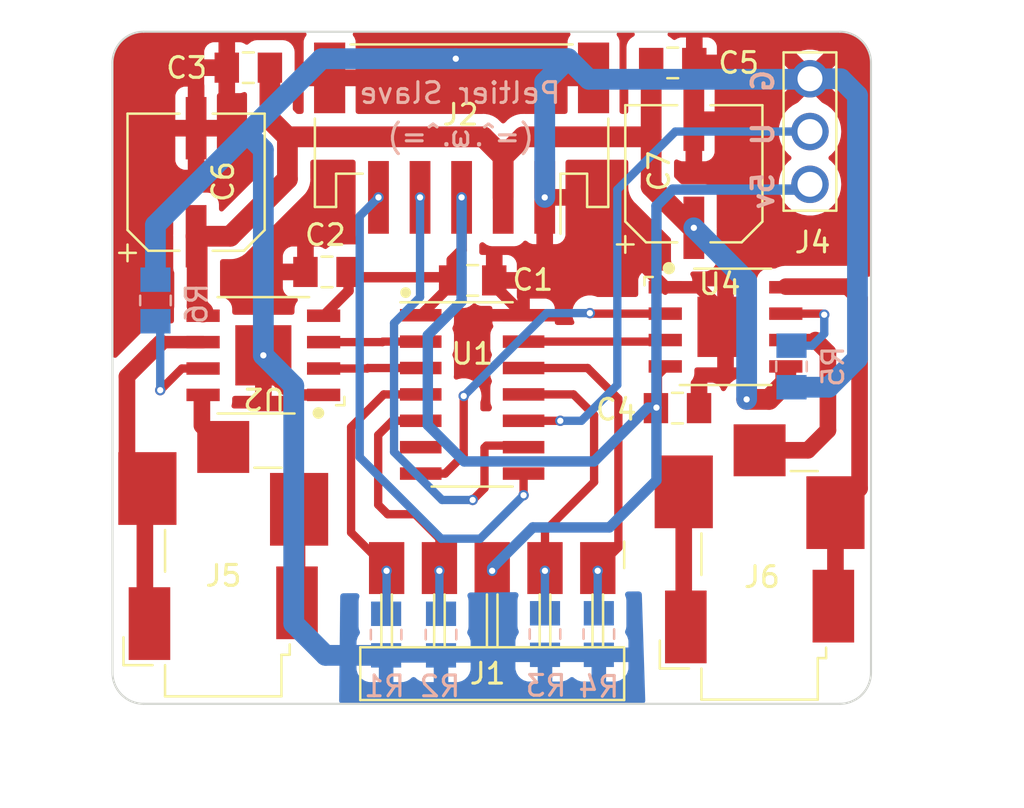
<source format=kicad_pcb>
(kicad_pcb (version 20221018) (generator pcbnew)
  (layers (0 "F.Cu" signal) (31 "B.Cu" signal) (34 "B.Paste" user) (35 "F.Paste" user) (36 "B.SilkS" user "B.Silkscreen") (37 "F.SilkS" user "F.Silkscreen") (38 "B.Mask" user) (39 "F.Mask" user) (44 "Edge.Cuts" user))
  (net 0 "")
  (net 2 "UPDI")
  (net 3 "T-4")
  (net 4 "T-3")
  (net 5 "T-2")
  (net 6 "T-1")
  (net 7 "SDA")
  (net 8 "SCL")
  (net 9 "PWR_GND")
  (net 10 "PWR_5V")
  (net 11 "PWR_12V")
  (net 12 "Net-(U4-RS)")
  (net 13 "Net-(U2-RS)")
  (net 14 "M2-2_OUT")
  (net 15 "M2-2")
  (net 16 "M2-1_OUT")
  (net 17 "M2-1")
  (net 18 "M1-2_OUT")
  (net 19 "M1-2")
  (net 20 "M1-1_OUT")
  (net 21 "M1-1")
  (footprint "Capacitor_SMD:C_0805_2012Metric_Pad1.18x1.45mm_HandSolder" (layer "F.Cu") (at 133.9596 85.3186 180)
    (fp_text reference "C3" (at 2.97 -0.01) (layer "F.SilkS"))
    (fp_text value "0.1uF")
    (fp_line (start -0.261252 -0.735) (end 0.261252 -0.735) (stroke (width 0.12)) (layer "F.SilkS"))
    (fp_line (start -0.261252 0.735) (end 0.261252 0.735) (stroke (width 0.12)) (layer "F.SilkS"))
    (pad "1" smd rect (at -1.0375 0 180) (size 1.175 1.45) (layers "F.Cu" "F.Paste" "F.Mask") (net 11 "PWR_12V"))
    (pad "2" smd rect (at 1.0375 0 180) (size 1.175 1.45) (layers "F.Cu" "F.Paste" "F.Mask") (net 9 "PWR_GND"))
  )
  (footprint "fab:PinHeader_1x05_P2.54mm_Horizontal_SMD" (layer "F.Cu") (at 150.7744 109.3978 -90)
    (fp_text reference "J1" (at 5.08 4.3434) (layer "F.SilkS") (effects (justify right)))
    (fp_text value "CONN HEADER SMD R/A 5POS")
    (fp_line (start -1.27 -1.27) (end 0 -1.27) (stroke (width 0.12)) (layer "F.SilkS"))
    (fp_line (start 3.81 -1.27) (end 6.35 -1.27) (stroke (width 0.12)) (layer "F.SilkS"))
    (fp_line (start 3.81 -0.254) (end 1.27 -0.254) (stroke (width 0.12)) (layer "F.SilkS"))
    (fp_line (start 3.81 0.254) (end 1.27 0.254) (stroke (width 0.12)) (layer "F.SilkS"))
    (fp_line (start 3.81 2.286) (end 1.27 2.286) (stroke (width 0.12)) (layer "F.SilkS"))
    (fp_line (start 3.81 2.794) (end 1.27 2.794) (stroke (width 0.12)) (layer "F.SilkS"))
    (fp_line (start 3.81 4.826) (end 1.27 4.826) (stroke (width 0.12)) (layer "F.SilkS"))
    (fp_line (start 3.81 5.334) (end 1.27 5.334) (stroke (width 0.12)) (layer "F.SilkS"))
    (fp_line (start 3.81 7.366) (end 1.27 7.366) (stroke (width 0.12)) (layer "F.SilkS"))
    (fp_line (start 3.81 7.874) (end 1.27 7.874) (stroke (width 0.12)) (layer "F.SilkS"))
    (fp_line (start 3.81 9.906) (end 1.27 9.906) (stroke (width 0.12)) (layer "F.SilkS"))
    (fp_line (start 3.81 10.414) (end 1.27 10.414) (stroke (width 0.12)) (layer "F.SilkS"))
    (fp_line (start 3.81 11.43) (end 3.81 -1.27) (stroke (width 0.12)) (layer "F.SilkS"))
    (fp_line (start 6.35 -1.27) (end 6.35 11.43) (stroke (width 0.12)) (layer "F.SilkS"))
    (fp_line (start 6.35 11.43) (end 3.81 11.43) (stroke (width 0.12)) (layer "F.SilkS"))
    (pad "1" smd rect (at 0 0 270) (size 2.5 1.7) (layers "F.Cu" "F.Paste" "F.Mask") (net 3 "T-4"))
    (pad "2" smd rect (at 0 2.54 270) (size 2.5 1.7) (layers "F.Cu" "F.Paste" "F.Mask") (net 4 "T-3"))
    (pad "3" smd rect (at 0 5.08 270) (size 2.5 1.7) (layers "F.Cu" "F.Paste" "F.Mask") (net 10 "PWR_5V"))
    (pad "4" smd rect (at 0 7.62 270) (size 2.5 1.7) (layers "F.Cu" "F.Paste" "F.Mask") (net 5 "T-2"))
    (pad "5" smd rect (at 0 10.16 270) (size 2.5 1.7) (layers "F.Cu" "F.Paste" "F.Mask") (net 6 "T-1"))
  )
  (footprint "Capacitor_SMD:C_0805_2012Metric_Pad1.18x1.45mm_HandSolder" (layer "F.Cu") (at 144.7546 95.5548)
    (fp_text reference "C1" (at 2.8956 -0.0254) (layer "F.SilkS"))
    (fp_text value "1uF")
    (fp_line (start -0.261252 -0.735) (end 0.261252 -0.735) (stroke (width 0.12)) (layer "F.SilkS"))
    (fp_line (start -0.261252 0.735) (end 0.261252 0.735) (stroke (width 0.12)) (layer "F.SilkS"))
    (pad "1" smd rect (at -1.0375 0) (size 1.175 1.45) (layers "F.Cu" "F.Paste" "F.Mask") (net 10 "PWR_5V"))
    (pad "2" smd rect (at 1.0375 0) (size 1.175 1.45) (layers "F.Cu" "F.Paste" "F.Mask") (net 9 "PWR_GND"))
  )
  (footprint "fab:HSOP-8" (layer "F.Cu") (at 134.6812 99.16 180)
    (fp_text reference "U2" (at -0.0404 -2.0844 180 unlocked) (layer "F.SilkS"))
    (fp_text value "50V/3A BRUSHED MOTOR DRIVER")
    (fp_line (start -3.9 -2.4) (end -3.5 -2.4) (stroke (width 0.12)) (layer "F.SilkS"))
    (fp_line (start -3.9 -2) (end -3.9 -2.4) (stroke (width 0.12)) (layer "F.SilkS"))
    (fp_line (start -2.2 2.8) (end 2.2 2.8) (stroke (width 0.12)) (layer "F.SilkS"))
    (fp_line (start -1.5 -2.8) (end 2.2 -2.8) (stroke (width 0.12)) (layer "F.SilkS"))
    (fp_circle (center -2.65 -2.775) (end -2.419511 -2.775) (stroke (width 0.1)) (fill solid) (layer "F.SilkS"))
    (pad "" smd rect (at 0 0 180) (size 2.7 2.9) (layers "F.Cu" "F.Paste" "F.Mask") (net 9 "PWR_GND"))
    (pad "1" smd rect (at -2.9 -1.905 180) (size 1.6 0.6) (layers "F.Cu" "F.Paste" "F.Mask") (net 9 "PWR_GND"))
    (pad "2" smd rect (at -2.9 -0.635 180) (size 1.6 0.6) (layers "F.Cu" "F.Paste" "F.Mask") (net 21 "M1-1"))
    (pad "3" smd rect (at -2.9 0.635 180) (size 1.6 0.6) (layers "F.Cu" "F.Paste" "F.Mask") (net 19 "M1-2"))
    (pad "4" smd rect (at -2.9 1.905 180) (size 1.6 0.6) (layers "F.Cu" "F.Paste" "F.Mask") (net 10 "PWR_5V"))
    (pad "5" smd rect (at 2.9 1.905 180) (size 1.6 0.6) (layers "F.Cu" "F.Paste" "F.Mask") (net 11 "PWR_12V"))
    (pad "6" smd rect (at 2.9 0.635 180) (size 1.6 0.6) (layers "F.Cu" "F.Paste" "F.Mask") (net 18 "M1-2_OUT"))
    (pad "7" smd rect (at 2.9 -0.635 180) (size 1.6 0.6) (layers "F.Cu" "F.Paste" "F.Mask") (net 13 "Net-(U2-RS)"))
    (pad "8" smd rect (at 2.9 -1.905 180) (size 1.6 0.6) (layers "F.Cu" "F.Paste" "F.Mask") (net 20 "M1-1_OUT"))
  )
  (footprint "fab:HSOP-8" (layer "F.Cu") (at 156.9212 97.79)
    (fp_text reference "U4" (at -0.2794 -2.0574 unlocked) (layer "F.SilkS"))
    (fp_text value "50V/3A BRUSHED MOTOR DRIVER")
    (fp_line (start -3.9 -2.4) (end -3.5 -2.4) (stroke (width 0.12)) (layer "F.SilkS"))
    (fp_line (start -3.9 -2) (end -3.9 -2.4) (stroke (width 0.12)) (layer "F.SilkS"))
    (fp_line (start -2.2 2.8) (end 2.2 2.8) (stroke (width 0.12)) (layer "F.SilkS"))
    (fp_line (start -1.5 -2.8) (end 2.2 -2.8) (stroke (width 0.12)) (layer "F.SilkS"))
    (fp_circle (center -2.725 -2.825) (end -2.477513 -2.825) (stroke (width 0.1)) (fill solid) (layer "F.SilkS"))
    (pad "" smd rect (at 0 0) (size 2.7 2.9) (layers "F.Cu" "F.Paste" "F.Mask") (net 9 "PWR_GND"))
    (pad "1" smd rect (at -2.9 -1.905) (size 1.6 0.6) (layers "F.Cu" "F.Paste" "F.Mask") (net 9 "PWR_GND"))
    (pad "2" smd rect (at -2.9 -0.635) (size 1.6 0.6) (layers "F.Cu" "F.Paste" "F.Mask") (net 15 "M2-2"))
    (pad "3" smd rect (at -2.9 0.635) (size 1.6 0.6) (layers "F.Cu" "F.Paste" "F.Mask") (net 17 "M2-1"))
    (pad "4" smd rect (at -2.9 1.905) (size 1.6 0.6) (layers "F.Cu" "F.Paste" "F.Mask") (net 10 "PWR_5V"))
    (pad "5" smd rect (at 2.9 1.905) (size 1.6 0.6) (layers "F.Cu" "F.Paste" "F.Mask") (net 11 "PWR_12V"))
    (pad "6" smd rect (at 2.9 0.635) (size 1.6 0.6) (layers "F.Cu" "F.Paste" "F.Mask") (net 16 "M2-1_OUT"))
    (pad "7" smd rect (at 2.9 -0.635) (size 1.6 0.6) (layers "F.Cu" "F.Paste" "F.Mask") (net 12 "Net-(U4-RS)"))
    (pad "8" smd rect (at 2.9 -1.905) (size 1.6 0.6) (layers "F.Cu" "F.Paste" "F.Mask") (net 14 "M2-2_OUT"))
  )
  (footprint "Capacitor_SMD:C_0805_2012Metric_Pad1.18x1.45mm_HandSolder" (layer "F.Cu") (at 154.6098 101.7016 180)
    (fp_text reference "C4" (at 2.9464 -0.0762) (layer "F.SilkS"))
    (fp_text value "0.1uF")
    (fp_line (start -0.261252 -0.735) (end 0.261252 -0.735) (stroke (width 0.12)) (layer "F.SilkS"))
    (fp_line (start -0.261252 0.735) (end 0.261252 0.735) (stroke (width 0.12)) (layer "F.SilkS"))
    (pad "1" smd rect (at -1.0375 0 180) (size 1.175 1.45) (layers "F.Cu" "F.Paste" "F.Mask") (net 9 "PWR_GND"))
    (pad "2" smd rect (at 1.0375 0 180) (size 1.175 1.45) (layers "F.Cu" "F.Paste" "F.Mask") (net 10 "PWR_5V"))
  )
  (footprint "fab:CP_Elec_D6.3mm_H6.1mm" (layer "F.Cu") (at 155.3972 90.424 90)
    (fp_text reference "C7" (at 0.13 -1.67 90) (layer "F.SilkS"))
    (fp_text value "100uF")
    (fp_line (start -3.8 -3.3) (end -3 -3.3) (stroke (width 0.12)) (layer "F.SilkS"))
    (fp_line (start -3.4 -3.7) (end -3.4 -2.9) (stroke (width 0.12)) (layer "F.SilkS"))
    (fp_line (start -3.3 -2.3) (end -2.3 -3.3) (stroke (width 0.12)) (layer "F.SilkS"))
    (fp_line (start -3.3 -0.8) (end -3.3 -2.3) (stroke (width 0.12)) (layer "F.SilkS"))
    (fp_line (start -3.3 0.8) (end -3.3 2.3) (stroke (width 0.12)) (layer "F.SilkS"))
    (fp_line (start -3.3 2.3) (end -2.3 3.3) (stroke (width 0.12)) (layer "F.SilkS"))
    (fp_line (start -2.3 -3.3) (end 3.3 -3.3) (stroke (width 0.12)) (layer "F.SilkS"))
    (fp_line (start -2.3 3.3) (end 3.3 3.3) (stroke (width 0.12)) (layer "F.SilkS"))
    (fp_line (start 3.3 -3.3) (end 3.3 -0.8) (stroke (width 0.12)) (layer "F.SilkS"))
    (fp_line (start 3.3 3.3) (end 3.3 0.8) (stroke (width 0.12)) (layer "F.SilkS"))
    (pad "1" smd rect (at -2.6 0 90) (size 3 1) (layers "F.Cu" "F.Paste" "F.Mask") (net 11 "PWR_12V"))
    (pad "2" smd rect (at 2.6 0 90) (size 3 1) (layers "F.Cu" "F.Paste" "F.Mask") (net 9 "PWR_GND"))
  )
  (footprint "fab:PinHeader_1x03_P2.54mm_Vertical_THT_D1.4mm" (layer "F.Cu") (at 160.9852 85.852)
    (fp_text reference "J4" (at 0.127 7.874) (layer "F.SilkS"))
    (fp_text value "CONN HEADER VERT 3POS ")
    (fp_line (start -1.27 -1.27) (end -1.27 6.35) (stroke (width 0.12)) (layer "F.SilkS"))
    (fp_line (start -1.27 -1.27) (end 1.27 -1.27) (stroke (width 0.12)) (layer "F.SilkS"))
    (fp_line (start -1.27 6.35) (end 1.27 6.35) (stroke (width 0.12)) (layer "F.SilkS"))
    (fp_line (start 1.27 -1.27) (end 1.27 6.35) (stroke (width 0.12)) (layer "F.SilkS"))
    (pad "1" thru_hole circle (at 0 0) (size 1.8 1.8) (drill 1.2) (layers "*.Cu" "*.Mask") (net 9 "PWR_GND"))
    (pad "2" thru_hole circle (at 0 2.54) (size 1.8 1.8) (drill 1.2) (layers "*.Cu" "*.Mask") (net 2 "UPDI"))
    (pad "3" thru_hole circle (at 0 5.08) (size 1.8 1.8) (drill 1.2) (layers "*.Cu" "*.Mask") (net 10 "PWR_5V"))
  )
  (footprint "fab:SOIC-14_3.9x8.7mm_P1.27mm" (layer "F.Cu") (at 144.7292 101.0412)
    (fp_text reference "U1" (at 0 -1.9558) (layer "F.SilkS"))
    (fp_text value "ATtiny1614-1")
    (fp_line (start 0 -4.435) (end -3.45 -4.435) (stroke (width 0.12)) (layer "F.SilkS"))
    (fp_line (start 0 -4.435) (end 1.95 -4.435) (stroke (width 0.12)) (layer "F.SilkS"))
    (fp_line (start 0 4.435) (end -1.95 4.435) (stroke (width 0.12)) (layer "F.SilkS"))
    (fp_line (start 0 4.435) (end 1.95 4.435) (stroke (width 0.12)) (layer "F.SilkS"))
    (fp_circle (center -3.2 -4.9) (end -3 -4.9) (stroke (width 0.12)) (fill solid) (layer "F.SilkS"))
    (pad "1" smd rect (at -2.475 -3.81) (size 2 0.6) (layers "F.Cu" "F.Paste" "F.Mask") (net 10 "PWR_5V"))
    (pad "2" smd rect (at -2.475 -2.54) (size 2 0.6) (layers "F.Cu" "F.Paste" "F.Mask") (net 19 "M1-2"))
    (pad "3" smd rect (at -2.475 -1.27) (size 2 0.6) (layers "F.Cu" "F.Paste" "F.Mask") (net 21 "M1-1"))
    (pad "4" smd rect (at -2.475 0) (size 2 0.6) (layers "F.Cu" "F.Paste" "F.Mask") (net 6 "T-1"))
    (pad "5" smd rect (at -2.475 1.27) (size 2 0.6) (layers "F.Cu" "F.Paste" "F.Mask") (net 5 "T-2"))
    (pad "6" smd rect (at -2.475 2.54) (size 2 0.6) (layers "F.Cu" "F.Paste" "F.Mask"))
    (pad "7" smd rect (at -2.475 3.81) (size 2 0.6) (layers "F.Cu" "F.Paste" "F.Mask") (net 15 "M2-2"))
    (pad "8" smd rect (at 2.475 3.81) (size 2 0.6) (layers "F.Cu" "F.Paste" "F.Mask") (net 7 "SDA"))
    (pad "9" smd rect (at 2.475 2.54) (size 2 0.6) (layers "F.Cu" "F.Paste" "F.Mask") (net 8 "SCL"))
    (pad "10" smd rect (at 2.475 1.27) (size 2 0.6) (layers "F.Cu" "F.Paste" "F.Mask") (net 2 "UPDI"))
    (pad "11" smd rect (at 2.475 0) (size 2 0.6) (layers "F.Cu" "F.Paste" "F.Mask") (net 4 "T-3"))
    (pad "12" smd rect (at 2.475 -1.27) (size 2 0.6) (layers "F.Cu" "F.Paste" "F.Mask") (net 3 "T-4"))
    (pad "13" smd rect (at 2.475 -2.54) (size 2 0.6) (layers "F.Cu" "F.Paste" "F.Mask") (net 17 "M2-1"))
    (pad "14" smd rect (at 2.475 -3.81) (size 2 0.6) (layers "F.Cu" "F.Paste" "F.Mask") (net 9 "PWR_GND"))
  )
  (footprint "Capacitor_SMD:C_0805_2012Metric_Pad1.18x1.45mm_HandSolder" (layer "F.Cu") (at 154.3812 85.09)
    (fp_text reference "C5" (at 3.175 0) (layer "F.SilkS"))
    (fp_text value "0.1uF")
    (fp_line (start -0.261252 -0.735) (end 0.261252 -0.735) (stroke (width 0.12)) (layer "F.SilkS"))
    (fp_line (start -0.261252 0.735) (end 0.261252 0.735) (stroke (width 0.12)) (layer "F.SilkS"))
    (pad "1" smd rect (at -1.0375 0) (size 1.175 1.45) (layers "F.Cu" "F.Paste" "F.Mask") (net 11 "PWR_12V"))
    (pad "2" smd rect (at 1.0375 0) (size 1.175 1.45) (layers "F.Cu" "F.Paste" "F.Mask") (net 9 "PWR_GND"))
  )
  (footprint "Capacitor_SMD:C_0805_2012Metric_Pad1.18x1.45mm_HandSolder" (layer "F.Cu") (at 137.7442 95.1484)
    (fp_text reference "C2" (at -0.0801 -1.778) (layer "F.SilkS"))
    (fp_text value "0.1uF")
    (fp_line (start -0.261252 -0.735) (end 0.261252 -0.735) (stroke (width 0.12)) (layer "F.SilkS"))
    (fp_line (start -0.261252 0.735) (end 0.261252 0.735) (stroke (width 0.12)) (layer "F.SilkS"))
    (pad "1" smd rect (at -1.0375 0) (size 1.175 1.45) (layers "F.Cu" "F.Paste" "F.Mask") (net 9 "PWR_GND"))
    (pad "2" smd rect (at 1.0375 0) (size 1.175 1.45) (layers "F.Cu" "F.Paste" "F.Mask") (net 10 "PWR_5V"))
  )
  (footprint "Connector_JST:JST_PH_S5B-PH-SM4-TB_1x05-1MP_P2.00mm_Horizontal" (layer "F.Cu") (at 144.2212 88.71 180)
    (fp_text reference "J2" (at 0.05 1.13) (layer "F.SilkS"))
    (fp_text value "JST_PH_5POS")
    (fp_line (start -7.06 -3.31) (end -6.04 -3.31) (stroke (width 0.12)) (layer "F.SilkS"))
    (fp_line (start -7.06 0.94) (end -7.06 -3.31) (stroke (width 0.12)) (layer "F.SilkS"))
    (fp_line (start -6.04 -3.31) (end -6.04 -1.71) (stroke (width 0.12)) (layer "F.SilkS"))
    (fp_line (start -6.04 -1.71) (end -4.76 -1.71) (stroke (width 0.12)) (layer "F.SilkS"))
    (fp_line (start -5.34 4.51) (end 5.34 4.51) (stroke (width 0.12)) (layer "F.SilkS"))
    (fp_line (start -4.76 -1.71) (end -4.76 -4.6) (stroke (width 0.12)) (layer "F.SilkS"))
    (fp_line (start 6.04 -3.31) (end 6.04 -1.71) (stroke (width 0.12)) (layer "F.SilkS"))
    (fp_line (start 6.04 -1.71) (end 4.76 -1.71) (stroke (width 0.12)) (layer "F.SilkS"))
    (fp_line (start 7.06 -3.31) (end 6.04 -3.31) (stroke (width 0.12)) (layer "F.SilkS"))
    (fp_line (start 7.06 0.94) (end 7.06 -3.31) (stroke (width 0.12)) (layer "F.SilkS"))
    (pad "" smd rect (at -6.35 2.9 180) (size 1.5 3.4) (layers "F.Cu" "F.Paste" "F.Mask") (net 9 "PWR_GND"))
    (pad "" smd rect (at 6.35 2.9 180) (size 1.5 3.4) (layers "F.Cu" "F.Paste" "F.Mask") (net 9 "PWR_GND"))
    (pad "1" smd rect (at -4 -2.85 180) (size 1 3.5) (layers "F.Cu" "F.Paste" "F.Mask") (net 9 "PWR_GND"))
    (pad "2" smd rect (at -2 -2.85 180) (size 1 3.5) (layers "F.Cu" "F.Paste" "F.Mask") (net 11 "PWR_12V"))
    (pad "3" smd rect (at 0 -2.85 180) (size 1 3.5) (layers "F.Cu" "F.Paste" "F.Mask") (net 10 "PWR_5V"))
    (pad "4" smd rect (at 2 -2.85 180) (size 1 3.5) (layers "F.Cu" "F.Paste" "F.Mask") (net 8 "SCL"))
    (pad "5" smd rect (at 4 -2.85 180) (size 1 3.5) (layers "F.Cu" "F.Paste" "F.Mask") (net 7 "SDA"))
  )
  (footprint "fab:CUIDevices_PJ1-023-SMT-TR_PWRJack_0.7x2.35mm" (layer "F.Cu") (at 132.7512 115.57 90)
    (fp_text reference "J5" (at 5.8 0.01) (layer "F.SilkS"))
    (fp_text value "CONN PWR JACK 0.7X2.35MM")
    (fp_line (start 0 -2.8) (end 1.5 -2.8) (stroke (width 0.12)) (layer "F.SilkS"))
    (fp_line (start 0 2.8) (end 0 -2.8) (stroke (width 0.12)) (layer "F.SilkS"))
    (fp_line (start 0 2.8) (end 2 2.8) (stroke (width 0.12)) (layer "F.SilkS"))
    (fp_line (start 1.5 -4.8) (end 1.5 -3.4) (stroke (width 0.12)) (layer "F.SilkS"))
    (fp_line (start 2 3.2) (end 2 2.8) (stroke (width 0.12)) (layer "F.SilkS"))
    (fp_line (start 2 3.2) (end 2.5 3.2) (stroke (width 0.12)) (layer "F.SilkS"))
    (fp_line (start 2.84 -4.8) (end 1.5 -4.8) (stroke (width 0.12)) (layer "F.SilkS"))
    (fp_line (start 6 -2.8) (end 8 -2.8) (stroke (width 0.12)) (layer "F.SilkS"))
    (fp_line (start 11 1.5) (end 11 2.8) (stroke (width 0.12)) (layer "F.SilkS"))
    (pad "" np_thru_hole circle (at 3 0 180) (size 2 2) (drill 2) (layers "F&B.Cu" "*.Mask"))
    (pad "" np_thru_hole circle (at 8.5 0 180) (size 2 2) (drill 2) (layers "F&B.Cu" "*.Mask"))
    (pad "1" smd rect (at 12 0 90) (size 2.5 2.5) (layers "F.Cu" "F.Paste" "F.Mask") (net 20 "M1-1_OUT"))
    (pad "2" smd rect (at 4.5 3.55 90) (size 3.5 2) (layers "F.Cu" "F.Paste" "F.Mask") (net 18 "M1-2_OUT"))
    (pad "2" smd rect (at 9 3.65 90) (size 3.5 2.8) (layers "F.Cu" "F.Paste" "F.Mask") (net 18 "M1-2_OUT"))
    (pad "3" smd rect (at 3.5 -3.55 90) (size 3.5 2) (layers "F.Cu" "F.Paste" "F.Mask") (net 18 "M1-2_OUT"))
    (pad "3" smd rect (at 10 -3.65 90) (size 3.5 2.8) (layers "F.Cu" "F.Paste" "F.Mask") (net 18 "M1-2_OUT"))
  )
  (footprint "fab:CP_Elec_D6.3mm_H6.1mm" (layer "F.Cu") (at 131.445 90.8304 90)
    (fp_text reference "C6" (at 0.03 1.3 90) (layer "F.SilkS"))
    (fp_text value "100uF")
    (fp_line (start -3.8 -3.3) (end -3 -3.3) (stroke (width 0.12)) (layer "F.SilkS"))
    (fp_line (start -3.4 -3.7) (end -3.4 -2.9) (stroke (width 0.12)) (layer "F.SilkS"))
    (fp_line (start -3.3 -2.3) (end -2.3 -3.3) (stroke (width 0.12)) (layer "F.SilkS"))
    (fp_line (start -3.3 -0.8) (end -3.3 -2.3) (stroke (width 0.12)) (layer "F.SilkS"))
    (fp_line (start -3.3 0.8) (end -3.3 2.3) (stroke (width 0.12)) (layer "F.SilkS"))
    (fp_line (start -3.3 2.3) (end -2.3 3.3) (stroke (width 0.12)) (layer "F.SilkS"))
    (fp_line (start -2.3 -3.3) (end 3.3 -3.3) (stroke (width 0.12)) (layer "F.SilkS"))
    (fp_line (start -2.3 3.3) (end 3.3 3.3) (stroke (width 0.12)) (layer "F.SilkS"))
    (fp_line (start 3.3 -3.3) (end 3.3 -0.8) (stroke (width 0.12)) (layer "F.SilkS"))
    (fp_line (start 3.3 3.3) (end 3.3 0.8) (stroke (width 0.12)) (layer "F.SilkS"))
    (pad "1" smd rect (at -2.6 0 90) (size 3 1) (layers "F.Cu" "F.Paste" "F.Mask") (net 11 "PWR_12V"))
    (pad "2" smd rect (at 2.6 0 90) (size 3 1) (layers "F.Cu" "F.Paste" "F.Mask") (net 9 "PWR_GND"))
  )
  (footprint "fab:CUIDevices_PJ1-023-SMT-TR_PWRJack_0.7x2.35mm" (layer "F.Cu") (at 158.5612 115.73 90)
    (fp_text reference "J6" (at 5.9004 0.1126) (layer "F.SilkS"))
    (fp_text value "CONN PWR JACK 0.7X2.35MM")
    (fp_line (start 0 -2.8) (end 1.5 -2.8) (stroke (width 0.12)) (layer "F.SilkS"))
    (fp_line (start 0 2.8) (end 0 -2.8) (stroke (width 0.12)) (layer "F.SilkS"))
    (fp_line (start 0 2.8) (end 2 2.8) (stroke (width 0.12)) (layer "F.SilkS"))
    (fp_line (start 1.5 -4.8) (end 1.5 -3.4) (stroke (width 0.12)) (layer "F.SilkS"))
    (fp_line (start 2 3.2) (end 2 2.8) (stroke (width 0.12)) (layer "F.SilkS"))
    (fp_line (start 2 3.2) (end 2.5 3.2) (stroke (width 0.12)) (layer "F.SilkS"))
    (fp_line (start 2.84 -4.8) (end 1.5 -4.8) (stroke (width 0.12)) (layer "F.SilkS"))
    (fp_line (start 6 -2.8) (end 8 -2.8) (stroke (width 0.12)) (layer "F.SilkS"))
    (fp_line (start 11 1.5) (end 11 2.8) (stroke (width 0.12)) (layer "F.SilkS"))
    (pad "" np_thru_hole circle (at 3 0 180) (size 2 2) (drill 2) (layers "F&B.Cu" "*.Mask"))
    (pad "" np_thru_hole circle (at 8.5 0 180) (size 2 2) (drill 2) (layers "F&B.Cu" "*.Mask"))
    (pad "1" smd rect (at 12 0 90) (size 2.5 2.5) (layers "F.Cu" "F.Paste" "F.Mask") (net 16 "M2-1_OUT"))
    (pad "2" smd rect (at 4.5 3.55 90) (size 3.5 2) (layers "F.Cu" "F.Paste" "F.Mask") (net 14 "M2-2_OUT"))
    (pad "2" smd rect (at 9 3.65 90) (size 3.5 2.8) (layers "F.Cu" "F.Paste" "F.Mask") (net 14 "M2-2_OUT"))
    (pad "3" smd rect (at 3.5 -3.55 90) (size 3.5 2) (layers "F.Cu" "F.Paste" "F.Mask") (net 14 "M2-2_OUT"))
    (pad "3" smd rect (at 10 -3.65 90) (size 3.5 2.8) (layers "F.Cu" "F.Paste" "F.Mask") (net 14 "M2-2_OUT"))
  )
  (footprint "Resistor_SMD:R_0805_2012Metric_Pad1.20x1.40mm_HandSolder" (layer "B.Cu") (at 160.0962 99.695 -90)
    (fp_text reference "R5" (at 0 -2.0066 90) (layer "B.SilkS") (effects (justify mirror)))
    (fp_text value "0.2")
    (fp_line (start -0.227064 -0.735) (end 0.227064 -0.735) (stroke (width 0.12)) (layer "B.SilkS"))
    (fp_line (start -0.227064 0.735) (end 0.227064 0.735) (stroke (width 0.12)) (layer "B.SilkS"))
    (pad "1" smd rect (at -1 0 270) (size 1.175 1.45) (layers "B.Cu" "B.Paste" "B.Mask") (net 12 "Net-(U4-RS)"))
    (pad "2" smd rect (at 1 0 270) (size 1.175 1.45) (layers "B.Cu" "B.Paste" "B.Mask") (net 9 "PWR_GND"))
  )
  (footprint "Resistor_SMD:R_0805_2012Metric_Pad1.20x1.40mm_HandSolder" (layer "B.Cu") (at 143.2306 112.5982 90)
    (fp_text reference "R2" (at -2.4892 -0.0508 180) (layer "B.SilkS") (effects (justify mirror)))
    (fp_text value "10K")
    (fp_line (start -0.227064 -0.735) (end 0.227064 -0.735) (stroke (width 0.12)) (layer "B.SilkS"))
    (fp_line (start -0.227064 0.735) (end 0.227064 0.735) (stroke (width 0.12)) (layer "B.SilkS"))
    (pad "1" smd rect (at -1 0 90) (size 1.175 1.45) (layers "B.Cu" "B.Paste" "B.Mask") (net 9 "PWR_GND"))
    (pad "2" smd rect (at 1 0 90) (size 1.175 1.45) (layers "B.Cu" "B.Paste" "B.Mask") (net 5 "T-2"))
  )
  (footprint "Resistor_SMD:R_0805_2012Metric_Pad1.20x1.40mm_HandSolder" (layer "B.Cu") (at 148.2344 112.5728 90)
    (fp_text reference "R3" (at -2.4892 0.0508 180) (layer "B.SilkS") (effects (justify mirror)))
    (fp_text value "10K")
    (fp_line (start -0.227064 -0.735) (end 0.227064 -0.735) (stroke (width 0.12)) (layer "B.SilkS"))
    (fp_line (start -0.227064 0.735) (end 0.227064 0.735) (stroke (width 0.12)) (layer "B.SilkS"))
    (pad "1" smd rect (at -1 0 90) (size 1.175 1.45) (layers "B.Cu" "B.Paste" "B.Mask") (net 9 "PWR_GND"))
    (pad "2" smd rect (at 1 0 90) (size 1.175 1.45) (layers "B.Cu" "B.Paste" "B.Mask") (net 4 "T-3"))
  )
  (footprint "Resistor_SMD:R_0805_2012Metric_Pad1.20x1.40mm_HandSolder" (layer "B.Cu") (at 150.8252 112.5728 90)
    (fp_text reference "R4" (at -2.54 0 180) (layer "B.SilkS") (effects (justify mirror)))
    (fp_text value "10K")
    (fp_line (start -0.227064 -0.735) (end 0.227064 -0.735) (stroke (width 0.12)) (layer "B.SilkS"))
    (fp_line (start -0.227064 0.735) (end 0.227064 0.735) (stroke (width 0.12)) (layer "B.SilkS"))
    (pad "1" smd rect (at -1 0 90) (size 1.175 1.45) (layers "B.Cu" "B.Paste" "B.Mask") (net 9 "PWR_GND"))
    (pad "2" smd rect (at 1 0 90) (size 1.175 1.45) (layers "B.Cu" "B.Paste" "B.Mask") (net 3 "T-4"))
  )
  (footprint "Resistor_SMD:R_0805_2012Metric_Pad1.20x1.40mm_HandSolder" (layer "B.Cu") (at 129.4892 96.52 90)
    (fp_text reference "R6" (at -0.1524 1.9812 270) (layer "B.SilkS") (effects (justify mirror)))
    (fp_text value "0.2")
    (fp_line (start -0.227064 -0.735) (end 0.227064 -0.735) (stroke (width 0.12)) (layer "B.SilkS"))
    (fp_line (start -0.227064 0.735) (end 0.227064 0.735) (stroke (width 0.12)) (layer "B.SilkS"))
    (pad "1" smd rect (at -1 0 90) (size 1.175 1.45) (layers "B.Cu" "B.Paste" "B.Mask") (net 13 "Net-(U2-RS)"))
    (pad "2" smd rect (at 1 0 90) (size 1.175 1.45) (layers "B.Cu" "B.Paste" "B.Mask") (net 9 "PWR_GND"))
  )
  (footprint "Resistor_SMD:R_0805_2012Metric_Pad1.20x1.40mm_HandSolder" (layer "B.Cu") (at 140.589 112.5982 90)
    (fp_text reference "R1" (at -2.4892 -0.0762 180) (layer "B.SilkS") (effects (justify mirror)))
    (fp_text value "10K")
    (fp_line (start -0.227064 -0.735) (end 0.227064 -0.735) (stroke (width 0.12)) (layer "B.SilkS"))
    (fp_line (start -0.227064 0.735) (end 0.227064 0.735) (stroke (width 0.12)) (layer "B.SilkS"))
    (pad "1" smd rect (at -1 0 90) (size 1.175 1.45) (layers "B.Cu" "B.Paste" "B.Mask") (net 9 "PWR_GND"))
    (pad "2" smd rect (at 1 0 90) (size 1.175 1.45) (layers "B.Cu" "B.Paste" "B.Mask") (net 6 "T-1"))
  )
  (gr_line (start 127.4212 114.43) (end 127.4212 85.09) (stroke (width 0.1)) (layer "Edge.Cuts"))
  (gr_arc (start 162.4212 83.59) (mid 163.48186 84.02934) (end 163.9212 85.09) (stroke (width 0.1)) (layer "Edge.Cuts"))
  (gr_line (start 162.4212 115.93) (end 128.9212 115.93) (stroke (width 0.1)) (layer "Edge.Cuts"))
  (gr_line (start 128.9212 83.59) (end 162.4212 83.59) (stroke (width 0.1)) (layer "Edge.Cuts"))
  (gr_arc (start 128.9212 115.93) (mid 127.86054 115.49066) (end 127.4212 114.43) (stroke (width 0.1)) (layer "Edge.Cuts"))
  (gr_line (start 163.9212 85.09) (end 163.9212 114.43) (stroke (width 0.1)) (layer "Edge.Cuts"))
  (gr_arc (start 127.4212 85.09) (mid 127.86054 84.02934) (end 128.9212 83.59) (stroke (width 0.1)) (layer "Edge.Cuts"))
  (gr_arc (start 163.9212 114.43) (mid 163.48186 115.49066) (end 162.4212 115.93) (stroke (width 0.1)) (layer "Edge.Cuts"))
  (gr_text "5v" (at 159.3088 90.2716 90) (layer "B.SilkS") (effects (font (size 1 1) (thickness 0.2) bold) (justify left bottom mirror)))
  (gr_text "(=^･ω･^=)" (at 147.8026 89.2048) (layer "B.SilkS") (effects (font (size 1 1)) (justify left bottom mirror)))
  (gr_text "Peltier Slave" (at 149.0726 87.122) (layer "B.SilkS") (effects (font (size 1 1)) (justify left bottom mirror)))
  (gr_text "U" (at 159.3088 87.8586 90) (layer "B.SilkS") (effects (font (size 1 1) (thickness 0.2) bold) (justify left bottom mirror)))
  (gr_text "G" (at 159.3088 85.3186 90) (layer "B.SilkS") (effects (font (size 1 1) (thickness 0.2) bold) (justify left bottom mirror)))
  (segment (start 148.971 102.3112) (end 147.2042 102.3112) (width 0.4) (layer "F.Cu") (net 2))
  (via (at 148.971 102.3112) (size 0.5) (drill 0.3) (layers "F.Cu" "B.Cu") (net 2))
  (segment (start 151.7142 100.584) (end 151.7142 91.186) (width 0.4) (layer "B.Cu") (net 2))
  (segment (start 148.971 102.3112) (end 149.987 102.3112) (width 0.4) (layer "B.Cu") (net 2))
  (segment (start 149.987 102.3112) (end 151.7142 100.584) (width 0.4) (layer "B.Cu") (net 2))
  (segment (start 154.5082 88.392) (end 160.9852 88.392) (width 0.4) (layer "B.Cu") (net 2))
  (segment (start 151.7142 91.186) (end 154.5082 88.392) (width 0.4) (layer "B.Cu") (net 2))
  (segment (start 151.765 101.252586) (end 151.765 108.4072) (width 0.4) (layer "F.Cu") (net 3))
  (segment (start 147.2042 99.7712) (end 150.283614 99.7712) (width 0.4) (layer "F.Cu") (net 3))
  (segment (start 151.765 108.4072) (end 150.7744 109.3978) (width 0.4) (layer "F.Cu") (net 3))
  (segment (start 150.283614 99.7712) (end 151.765 101.252586) (width 0.4) (layer "F.Cu") (net 3))
  (via (at 150.7712 109.53) (size 0.5) (drill 0.3) (layers "F.Cu" "B.Cu") (net 3))
  (segment (start 150.7712 109.53) (end 150.7712 111.5188) (width 0.4) (layer "B.Cu") (net 3))
  (segment (start 150.7712 111.5188) (end 150.8252 111.5728) (width 0.4) (layer "B.Cu") (net 3))
  (segment (start 148.2344 107.6198) (end 148.2344 109.3978) (width 0.4) (layer "F.Cu") (net 4))
  (segment (start 150.5966 102.0318) (end 150.5966 105.2576) (width 0.4) (layer "F.Cu") (net 4))
  (segment (start 147.2042 101.0412) (end 149.606 101.0412) (width 0.4) (layer "F.Cu") (net 4))
  (segment (start 149.606 101.0412) (end 150.5966 102.0318) (width 0.4) (layer "F.Cu") (net 4))
  (segment (start 150.5966 105.2576) (end 148.2344 107.6198) (width 0.4) (layer "F.Cu") (net 4))
  (via (at 148.2312 109.53) (size 0.5) (drill 0.3) (layers "F.Cu" "B.Cu") (net 4))
  (segment (start 148.2312 109.53) (end 148.2312 111.5696) (width 0.4) (layer "B.Cu") (net 4))
  (segment (start 148.2312 111.5696) (end 148.2344 111.5728) (width 0.4) (layer "B.Cu") (net 4))
  (segment (start 140.208 102.997) (end 140.208 106.3498) (width 0.4) (layer "F.Cu") (net 5))
  (segment (start 140.208 106.3498) (end 140.6652 106.807) (width 0.4) (layer "F.Cu") (net 5))
  (segment (start 140.6652 106.807) (end 141.986 106.807) (width 0.4) (layer "F.Cu") (net 5))
  (segment (start 141.986 106.807) (end 143.1544 107.9754) (width 0.4) (layer "F.Cu") (net 5))
  (segment (start 140.8938 102.3112) (end 140.208 102.997) (width 0.4) (layer "F.Cu") (net 5))
  (segment (start 142.2542 102.3112) (end 140.8938 102.3112) (width 0.4) (layer "F.Cu") (net 5))
  (segment (start 143.1544 107.9754) (end 143.1544 109.3978) (width 0.4) (layer "F.Cu") (net 5))
  (via (at 143.1512 109.53) (size 0.5) (drill 0.3) (layers "F.Cu" "B.Cu") (net 5))
  (segment (start 143.1512 109.53) (end 143.1512 111.5188) (width 0.4) (layer "B.Cu") (net 5))
  (segment (start 143.1512 111.5188) (end 143.2306 111.5982) (width 0.4) (layer "B.Cu") (net 5))
  (segment (start 138.903199 102.615987) (end 138.903199 107.686599) (width 0.4) (layer "F.Cu") (net 6))
  (segment (start 142.2542 101.0412) (end 140.477986 101.0412) (width 0.4) (layer "F.Cu") (net 6))
  (segment (start 138.903199 107.686599) (end 140.6144 109.3978) (width 0.4) (layer "F.Cu") (net 6))
  (segment (start 140.477986 101.0412) (end 138.903199 102.615987) (width 0.4) (layer "F.Cu") (net 6))
  (via (at 140.6112 109.53) (size 0.5) (drill 0.3) (layers "F.Cu" "B.Cu") (net 6))
  (segment (start 140.6112 109.53) (end 140.6112 111.576) (width 0.4) (layer "B.Cu") (net 6))
  (segment (start 140.6112 111.576) (end 140.589 111.5982) (width 0.4) (layer "B.Cu") (net 6))
  (segment (start 147.2042 105.8926) (end 147.2042 104.8512) (width 0.4) (layer "F.Cu") (net 7))
  (via (at 140.2212 91.56) (size 0.5) (drill 0.3) (layers "F.Cu" "B.Cu") (net 7))
  (via (at 147.2042 105.8926) (size 0.5) (drill 0.3) (layers "F.Cu" "B.Cu") (net 7))
  (segment (start 145.1128 107.984) (end 147.2042 105.8926) (width 0.4) (layer "B.Cu") (net 7))
  (segment (start 143.2392 107.984) (end 145.1128 107.984) (width 0.4) (layer "B.Cu") (net 7))
  (segment (start 139.319 92.4622) (end 139.319 104.0638) (width 0.4) (layer "B.Cu") (net 7))
  (segment (start 139.319 104.0638) (end 143.2392 107.984) (width 0.4) (layer "B.Cu") (net 7))
  (segment (start 140.2212 91.56) (end 139.319 92.4622) (width 0.4) (layer "B.Cu") (net 7))
  (segment (start 144.7546 106.1212) (end 145.3228 105.553) (width 0.4) (layer "F.Cu") (net 8))
  (segment (start 145.3228 103.6054) (end 145.4232 103.505) (width 0.4) (layer "F.Cu") (net 8))
  (segment (start 145.3228 105.553) (end 145.3228 103.6054) (width 0.4) (layer "F.Cu") (net 8))
  (segment (start 147.128 103.505) (end 147.2042 103.5812) (width 0.4) (layer "F.Cu") (net 8))
  (segment (start 145.4232 103.505) (end 147.128 103.505) (width 0.4) (layer "F.Cu") (net 8))
  (via (at 142.2212 91.56) (size 0.5) (drill 0.3) (layers "F.Cu" "B.Cu") (net 8))
  (via (at 144.7546 106.1212) (size 0.5) (drill 0.3) (layers "F.Cu" "B.Cu") (net 8))
  (segment (start 140.97 97.6122) (end 142.2212 96.361) (width 0.4) (layer "B.Cu") (net 8))
  (segment (start 142.2212 96.361) (end 142.2212 91.56) (width 0.4) (layer "B.Cu") (net 8))
  (segment (start 140.97 103.8098) (end 140.97 97.6122) (width 0.4) (layer "B.Cu") (net 8))
  (segment (start 144.7546 106.1212) (end 143.2814 106.1212) (width 0.4) (layer "B.Cu") (net 8))
  (segment (start 143.2814 106.1212) (end 140.97 103.8098) (width 0.4) (layer "B.Cu") (net 8))
  (segment (start 134.6812 99.745) (end 134.6812 99.16) (width 0.55) (layer "F.Cu") (net 9))
  (segment (start 145.7921 95.8059) (end 147.2042 97.218) (width 0.55) (layer "F.Cu") (net 9))
  (segment (start 147.2042 97.218) (end 147.2042 97.2312) (width 0.55) (layer "F.Cu") (net 9))
  (segment (start 136.0012 101.065) (end 134.6812 99.745) (width 0.55) (layer "F.Cu") (net 9))
  (segment (start 154.0212 95.885) (end 155.6512 95.885) (width 0.6) (layer "F.Cu") (net 9))
  (segment (start 137.5812 101.065) (end 136.0012 101.065) (width 0.55) (layer "F.Cu") (net 9))
  (segment (start 155.6512 95.885) (end 156.9212 97.155) (width 0.6) (layer "F.Cu") (net 9))
  (segment (start 156.9212 97.155) (end 156.9212 97.79) (width 0.6) (layer "F.Cu") (net 9))
  (segment (start 145.7921 95.5548) (end 145.7921 95.8059) (width 0.55) (layer "F.Cu") (net 9))
  (via (at 134.6812 99.16) (size 0.5) (drill 0.3) (layers "F.Cu" "B.Cu") (net 9))
  (via (at 148.2212 91.56) (size 0.5) (drill 0.3) (layers "F.Cu" "B.Cu") (net 9))
  (via (at 143.9418 84.8868) (size 0.5) (drill 0.3) (layers "F.Cu" "B.Cu") (net 9))
  (segment (start 137.6774 113.5982) (end 140.589 113.5982) (width 1) (layer "B.Cu") (net 9))
  (segment (start 163.2712 99.314) (end 161.8902 100.695) (width 1) (layer "B.Cu") (net 9))
  (segment (start 148.2212 86.7024) (end 148.209 86.6902) (width 1) (layer "B.Cu") (net 9))
  (segment (start 160.9598 85.8774) (end 160.9852 85.852) (width 1) (layer "B.Cu") (net 9))
  (segment (start 149.352 84.8868) (end 150.3426 85.8774) (width 1) (layer "B.Cu") (net 9))
  (segment (start 129.4892 92.8878) (end 133.8961 88.4809) (width 1) (layer "B.Cu") (net 9))
  (segment (start 148.2212 86.678) (end 148.2212 86.0176) (width 1) (layer "B.Cu") (net 9))
  (segment (start 137.4902 84.8868) (end 133.8961 88.4809) (width 1) (layer "B.Cu") (net 9))
  (segment (start 160.9852 85.852) (end 162.470124 85.852) (width 1) (layer "B.Cu") (net 9))
  (segment (start 162.470124 85.852) (end 163.2712 86.653076) (width 1) (layer "B.Cu") (net 9))
  (segment (start 148.209 86.6902) (end 148.2212 86.678) (width 1) (layer "B.Cu") (net 9))
  (segment (start 143.9418 84.8868) (end 137.4902 84.8868) (width 1) (layer "B.Cu") (net 9))
  (segment (start 136.144 112.0648) (end 137.6774 113.5982) (width 1) (layer "B.Cu") (net 9))
  (segment (start 129.4892 95.52) (end 129.4892 92.8878) (width 1) (layer "B.Cu") (net 9))
  (segment (start 134.6812 89.266) (end 134.6812 99.16) (width 1) (layer "B.Cu") (net 9))
  (segment (start 134.6812 99.16) (end 136.144 100.6228) (width 1) (layer "B.Cu") (net 9))
  (segment (start 150.3426 85.8774) (end 160.9598 85.8774) (width 1) (layer "B.Cu") (net 9))
  (segment (start 148.2212 91.56) (end 148.2212 86.7024) (width 1) (layer "B.Cu") (net 9))
  (segment (start 163.2712 86.653076) (end 163.2712 99.314) (width 1) (layer "B.Cu") (net 9))
  (segment (start 133.8961 88.4809) (end 134.6812 89.266) (width 1) (layer "B.Cu") (net 9))
  (segment (start 136.144 100.6228) (end 136.144 112.0648) (width 1) (layer "B.Cu") (net 9))
  (segment (start 161.8902 100.695) (end 160.0962 100.695) (width 1) (layer "B.Cu") (net 9))
  (segment (start 143.9418 84.8868) (end 149.352 84.8868) (width 1) (layer "B.Cu") (net 9))
  (segment (start 148.2212 86.0176) (end 149.352 84.8868) (width 1) (layer "B.Cu") (net 9))
  (segment (start 139.0357 95.4024) (end 143.5647 95.4024) (width 0.5) (layer "F.Cu") (net 10))
  (segment (start 153.6192 101.6547) (end 153.6192 100.097) (width 0.5) (layer "F.Cu") (net 10))
  (segment (start 153.6192 100.097) (end 154.0212 99.695) (width 0.5) (layer "F.Cu") (net 10))
  (segment (start 138.7817 96.0545) (end 138.7817 95.1484) (width 0.5) (layer "F.Cu") (net 10))
  (segment (start 143.7437 95.5282) (end 143.7171 95.5548) (width 0.5) (layer "F.Cu") (net 10))
  (segment (start 144.2212 94.1) (end 143.7437 94.5775) (width 0.5) (layer "F.Cu") (net 10))
  (segment (start 143.5647 95.4024) (end 143.7171 95.5548) (width 0.5) (layer "F.Cu") (net 10))
  (segment (start 143.7171 95.5548) (end 143.7171 95.7683) (width 0.5) (layer "F.Cu") (net 10))
  (segment (start 137.5812 97.255) (end 138.7817 96.0545) (width 0.5) (layer "F.Cu") (net 10))
  (segment (start 153.5977 101.6762) (end 153.6192 101.6547) (width 0.5) (layer "F.Cu") (net 10))
  (segment (start 143.7171 95.7683) (end 142.2542 97.2312) (width 0.5) (layer "F.Cu") (net 10))
  (segment (start 143.7437 94.5775) (end 143.7437 95.5282) (width 0.5) (layer "F.Cu") (net 10))
  (segment (start 144.2212 91.56) (end 144.2212 94.1) (width 0.5) (layer "F.Cu") (net 10))
  (segment (start 138.7817 95.1484) (end 139.0357 95.4024) (width 0.5) (layer "F.Cu") (net 10))
  (via (at 144.2212 91.56) (size 0.5) (drill 0.3) (layers "F.Cu" "B.Cu") (net 10))
  (via (at 145.6912 109.53) (size 0.5) (drill 0.3) (layers "F.Cu" "B.Cu") (net 10))
  (via (at 153.5977 101.6762) (size 0.5) (drill 0.3) (layers "F.Cu" "B.Cu") (net 10))
  (segment (start 160.7312 91.186) (end 160.9852 90.932) (width 0.5) (layer "B.Cu") (net 10))
  (segment (start 142.5956 98.1964) (end 144.2212 96.5708) (width 0.5) (layer "B.Cu") (net 10))
  (segment (start 142.5956 102.5144) (end 142.5956 98.1964) (width 0.5) (layer "B.Cu") (net 10))
  (segment (start 151.3332 107.442) (end 147.6502 107.442) (width 0.5) (layer "B.Cu") (net 10))
  (segment (start 150.5966 104.267) (end 144.3482 104.267) (width 0.5) (layer "B.Cu") (net 10))
  (segment (start 153.1874 101.6762) (end 150.5966 104.267) (width 0.5) (layer "B.Cu") (net 10))
  (segment (start 153.5977 91.9695) (end 154.3812 91.186) (width 0.5) (layer "B.Cu") (net 10))
  (segment (start 154.3812 91.186) (end 160.7312 91.186) (width 0.5) (layer "B.Cu") (net 10))
  (segment (start 153.5977 101.6762) (end 153.1874 101.6762) (width 0.5) (layer "B.Cu") (net 10))
  (segment (start 144.3482 104.267) (end 142.5956 102.5144) (width 0.5) (layer "B.Cu") (net 10))
  (segment (start 147.6502 107.442) (end 145.6944 109.3978) (width 0.5) (layer "B.Cu") (net 10))
  (segment (start 153.5977 101.6762) (end 153.5977 105.1775) (width 0.5) (layer "B.Cu") (net 10))
  (segment (start 153.5977 101.6762) (end 153.5977 91.9695) (width 0.5) (layer "B.Cu") (net 10))
  (segment (start 144.2212 96.5708) (end 144.2212 91.56) (width 0.5) (layer "B.Cu") (net 10))
  (segment (start 153.5977 105.1775) (end 151.3332 107.442) (width 0.5) (layer "B.Cu") (net 10))
  (segment (start 133.0868 93.4304) (end 131.445 93.4304) (width 1) (layer "F.Cu") (net 11))
  (segment (start 159.8212 100.0042) (end 159.8168 99.9998) (width 1) (layer "F.Cu") (net 11))
  (segment (start 146.2212 89.61) (end 145.2572 88.646) (width 1) (layer "F.Cu") (net 11))
  (segment (start 135.8392 88.646) (end 135.8392 90.678) (width 1) (layer "F.Cu") (net 11))
  (segment (start 153.3437 91.0375) (end 153.3437 88.646) (width 1) (layer "F.Cu") (net 11))
  (segment (start 131.445 93.4304) (end 131.4958 93.4812) (width 1) (layer "F.Cu") (net 11))
  (segment (start 146.2212 91.56) (end 146.2212 89.61) (width 1) (layer "F.Cu") (net 11))
  (segment (start 157.9372 101.280498) (end 159.018702 101.280498) (width 1) (layer "F.Cu") (net 11))
  (segment (start 145.2572 88.646) (end 135.8392 88.646) (width 1) (layer "F.Cu") (net 11))
  (segment (start 134.9971 87.8039) (end 134.9971 85.3186) (width 1) (layer "F.Cu") (net 11))
  (segment (start 153.3437 88.646) (end 147.1852 88.646) (width 1) (layer "F.Cu") (net 11))
  (segment (start 147.1852 88.646) (end 146.2212 89.61) (width 1) (layer "F.Cu") (net 11))
  (segment (start 131.4958 96.7896) (end 131.7812 97.075) (width 1) (layer "F.Cu") (net 11))
  (segment (start 159.018702 101.280498) (end 159.8212 100.478) (width 1) (layer "F.Cu") (net 11))
  (segment (start 135.8392 90.678) (end 133.0868 93.4304) (width 1) (layer "F.Cu") (net 11))
  (segment (start 153.3437 88.646) (end 153.3437 85.09) (width 1) (layer "F.Cu") (net 11))
  (segment (start 131.4958 93.4812) (end 131.4958 96.7896) (width 1) (layer "F.Cu") (net 11))
  (segment (start 159.8212 100.478) (end 159.8212 100.0042) (width 1) (layer "F.Cu") (net 11))
  (segment (start 155.3302 93.024) (end 153.3437 91.0375) (width 1) (layer "F.Cu") (net 11))
  (segment (start 155.3972 93.024) (end 155.3302 93.024) (width 1) (layer "F.Cu") (net 11))
  (segment (start 135.8392 88.646) (end 134.9971 87.8039) (width 1) (layer "F.Cu") (net 11))
  (via (at 157.9372 101.280498) (size 0.5) (drill 0.3) (layers "F.Cu" "B.Cu") (net 11))
  (via (at 155.3972 93.024) (size 0.5) (drill 0.3) (layers "F.Cu" "B.Cu") (net 11))
  (segment (start 155.3972 93.024) (end 157.9372 95.564) (width 1) (layer "B.Cu") (net 11))
  (segment (start 157.9372 95.564) (end 157.9372 101.280498) (width 1) (layer "B.Cu") (net 11))
  (segment (start 161.6209 97.155) (end 159.8212 97.155) (width 0.4) (layer "F.Cu") (net 12))
  (segment (start 161.6717 97.2058) (end 161.6209 97.155) (width 0.4) (layer "F.Cu") (net 12))
  (via (at 161.6717 97.2058) (size 0.5) (drill 0.3) (layers "F.Cu" "B.Cu") (net 12))
  (segment (start 161.6717 98.1195) (end 161.0962 98.695) (width 0.4) (layer "B.Cu") (net 12))
  (segment (start 161.6717 97.2058) (end 161.6717 98.1195) (width 0.4) (layer "B.Cu") (net 12))
  (segment (start 161.0962 98.695) (end 160.0962 98.695) (width 0.4) (layer "B.Cu") (net 12))
  (segment (start 130.7617 99.795) (end 131.7812 99.795) (width 0.4) (layer "F.Cu") (net 13))
  (segment (start 129.7187 100.838) (end 130.7617 99.795) (width 0.4) (layer "F.Cu") (net 13))
  (via (at 129.7187 100.838) (size 0.5) (drill 0.3) (layers "F.Cu" "B.Cu") (net 13))
  (segment (start 129.7187 97.7495) (end 129.4892 97.52) (width 0.4) (layer "B.Cu") (net 13))
  (segment (start 129.7187 100.838) (end 129.7187 97.7495) (width 0.4) (layer "B.Cu") (net 13))
  (segment (start 162.2112 111.13) (end 162.1112 111.23) (width 0.8) (layer "F.Cu") (net 14))
  (segment (start 162.2112 106.73) (end 162.2112 111.13) (width 0.8) (layer "F.Cu") (net 14))
  (segment (start 154.9112 112.13) (end 155.0112 112.23) (width 0.8) (layer "F.Cu") (net 14))
  (segment (start 163.3728 96.424024) (end 162.803776 95.855) (width 0.8) (layer "F.Cu") (net 14))
  (segment (start 154.9112 105.73) (end 154.9112 112.13) (width 0.8) (layer "F.Cu") (net 14))
  (segment (start 162.803776 95.855) (end 159.8212 95.855) (width 0.8) (layer "F.Cu") (net 14))
  (segment (start 162.2112 106.73) (end 163.3728 105.5684) (width 0.8) (layer "F.Cu") (net 14))
  (segment (start 163.3728 105.5684) (end 163.3728 96.424024) (width 0.8) (layer "F.Cu") (net 14))
  (segment (start 144.3228 101.1174) (end 144.3228 103.9554) (width 0.4) (layer "F.Cu") (net 15))
  (segment (start 150.4188 97.155) (end 154.0212 97.155) (width 0.4) (layer "F.Cu") (net 15))
  (segment (start 150.3934 97.1296) (end 150.4188 97.155) (width 0.4) (layer "F.Cu") (net 15))
  (segment (start 143.427 104.8512) (end 142.2542 104.8512) (width 0.4) (layer "F.Cu") (net 15))
  (segment (start 144.3228 103.9554) (end 143.427 104.8512) (width 0.4) (layer "F.Cu") (net 15))
  (via (at 144.3228 101.1174) (size 0.5) (drill 0.3) (layers "F.Cu" "B.Cu") (net 15))
  (via (at 150.3934 97.1296) (size 0.5) (drill 0.3) (layers "F.Cu" "B.Cu") (net 15))
  (segment (start 148.3106 97.1296) (end 150.3934 97.1296) (width 0.4) (layer "B.Cu") (net 15))
  (segment (start 144.3228 101.1174) (end 148.3106 97.1296) (width 0.4) (layer "B.Cu") (net 15))
  (segment (start 160.8872 103.73) (end 161.8488 102.7684) (width 0.8) (layer "F.Cu") (net 16))
  (segment (start 158.5612 103.73) (end 160.8872 103.73) (width 0.8) (layer "F.Cu") (net 16))
  (segment (start 159.8212 98.425) (end 161.2512 98.425) (width 0.6) (layer "F.Cu") (net 16))
  (segment (start 161.8488 102.7684) (end 161.8488 99.0226) (width 0.8) (layer "F.Cu") (net 16))
  (segment (start 161.8488 99.0226) (end 161.2512 98.425) (width 0.8) (layer "F.Cu") (net 16))
  (segment (start 154.0212 98.425) (end 153.945 98.5012) (width 0.4) (layer "F.Cu") (net 17))
  (segment (start 153.945 98.5012) (end 147.2042 98.5012) (width 0.4) (layer "F.Cu") (net 17))
  (segment (start 131.7812 98.525) (end 129.768958 98.525) (width 0.6) (layer "F.Cu") (net 18))
  (segment (start 128.9812 105.69) (end 128.9812 111.35) (width 0.8) (layer "F.Cu") (net 18))
  (segment (start 129.1012 105.57) (end 128.9812 105.69) (width 0.8) (layer "F.Cu") (net 18))
  (segment (start 136.3012 106.67) (end 136.4012 106.57) (width 0.8) (layer "F.Cu") (net 18))
  (segment (start 129.6812 112.05) (end 129.6612 112.07) (width 0.8) (layer "F.Cu") (net 18))
  (segment (start 129.768958 98.525) (end 129.513979 98.779979) (width 0.6) (layer "F.Cu") (net 18))
  (segment (start 128.1187 104.5875) (end 128.1187 100.175258) (width 0.8) (layer "F.Cu") (net 18))
  (segment (start 128.9812 111.35) (end 129.6812 112.05) (width 0.8) (layer "F.Cu") (net 18))
  (segment (start 128.1187 100.175258) (end 129.513979 98.779979) (width 0.8) (layer "F.Cu") (net 18))
  (segment (start 129.513979 98.779979) (end 129.738958 98.555) (width 0.8) (layer "F.Cu") (net 18))
  (segment (start 136.3012 111.07) (end 136.3012 106.67) (width 0.8) (layer "F.Cu") (net 18))
  (segment (start 129.6612 112.07) (end 129.2012 112.07) (width 0.8) (layer "F.Cu") (net 18))
  (segment (start 129.1012 105.57) (end 128.1187 104.5875) (width 0.8) (layer "F.Cu") (net 18))
  (segment (start 140.4382 98.5012) (end 142.2542 98.5012) (width 0.4) (layer "F.Cu") (net 19))
  (segment (start 140.4144 98.525) (end 140.4382 98.5012) (width 0.4) (layer "F.Cu") (net 19))
  (segment (start 137.5812 98.525) (end 140.4144 98.525) (width 0.4) (layer "F.Cu") (net 19))
  (segment (start 131.7244 102.5432) (end 131.7244 101.3714) (width 0.8) (layer "F.Cu") (net 20))
  (segment (start 132.7512 103.57) (end 131.7812 102.6) (width 0.8) (layer "F.Cu") (net 20))
  (segment (start 139.6762 99.795) (end 139.7 99.7712) (width 0.4) (layer "F.Cu") (net 21))
  (segment (start 139.7 99.7712) (end 142.2542 99.7712) (width 0.4) (layer "F.Cu") (net 21))
  (segment (start 137.5812 99.795) (end 139.6762 99.795) (width 0.4) (layer "F.Cu") (net 21))
  (zone (net 9) (net_name "PWR_GND") (layer "F.Cu") (priority 1) (connect_pads (clearance 0.5)) (min_thickness 0.25) (fill yes (thermal_gap 0.5) (thermal_bridge_width 0.8))
    (polygon (pts (xy 126.6952 83.058) (xy 126.6952 101.854) (xy 165.8112 101.854) (xy 165.3032 82.55)))
  )
  (zone (net 9) (net_name "PWR_GND") (layer "B.Cu") (connect_pads (clearance 0.5)) (min_thickness 0.3) (fill yes (thermal_gap 0.7) (thermal_bridge_width 0.7))
    (polygon (pts (xy 138.3812 110.61) (xy 152.8912 110.52) (xy 153.0812 116.43) (xy 138.3212 116.4)))
  )
)
</source>
